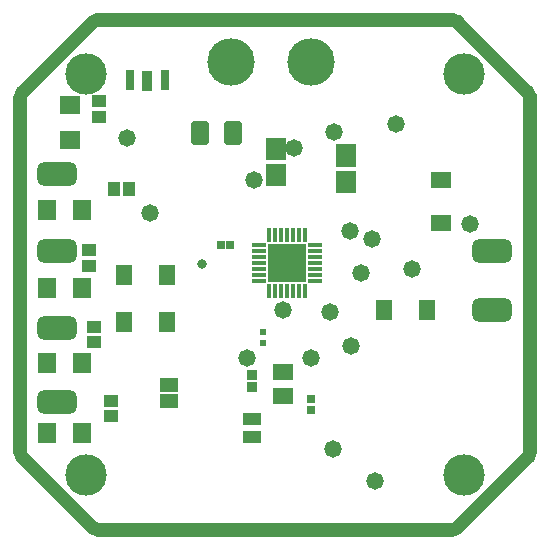
<source format=gts>
G04*
G04 #@! TF.GenerationSoftware,Altium Limited,Altium Designer,22.6.1 (34)*
G04*
G04 Layer_Color=8388736*
%FSLAX44Y44*%
%MOMM*%
G71*
G04*
G04 #@! TF.SameCoordinates,3FC15ED1-56EA-4B36-BDB6-6E6CE890E9D8*
G04*
G04*
G04 #@! TF.FilePolarity,Negative*
G04*
G01*
G75*
%ADD15C,1.2000*%
%ADD20R,1.8062X1.8549*%
%ADD23R,0.5725X0.5682*%
%ADD37R,1.5032X1.1032*%
%ADD38R,1.7032X1.6032*%
%ADD39R,1.7272X1.7272*%
%ADD40R,1.6532X1.4032*%
%ADD41R,0.7532X0.7532*%
%ADD42O,1.2520X0.4020*%
%ADD43R,0.8532X0.8532*%
%ADD44R,0.8032X1.8032*%
%ADD45R,0.9032X1.7032*%
%ADD46R,1.2032X1.1032*%
%ADD47R,1.1032X1.2032*%
%ADD48R,3.2520X3.2520*%
%ADD49O,0.4020X1.2520*%
%ADD50R,1.6032X1.7032*%
%ADD51R,0.7032X0.6532*%
%ADD52R,1.4032X1.8032*%
G04:AMPARAMS|DCode=53|XSize=2.0032mm|YSize=1.5032mm|CornerRadius=0.2316mm|HoleSize=0mm|Usage=FLASHONLY|Rotation=270.000|XOffset=0mm|YOffset=0mm|HoleType=Round|Shape=RoundedRectangle|*
%AMROUNDEDRECTD53*
21,1,2.0032,1.0400,0,0,270.0*
21,1,1.5400,1.5032,0,0,270.0*
1,1,0.4632,-0.5200,-0.7700*
1,1,0.4632,-0.5200,0.7700*
1,1,0.4632,0.5200,0.7700*
1,1,0.4632,0.5200,-0.7700*
%
%ADD53ROUNDEDRECTD53*%
%ADD54R,1.8032X1.4032*%
%ADD55R,1.5532X1.3032*%
G04:AMPARAMS|DCode=56|XSize=3.3782mm|YSize=1.9812mm|CornerRadius=0.5461mm|HoleSize=0mm|Usage=FLASHONLY|Rotation=0.000|XOffset=0mm|YOffset=0mm|HoleType=Round|Shape=RoundedRectangle|*
%AMROUNDEDRECTD56*
21,1,3.3782,0.8890,0,0,0.0*
21,1,2.2860,1.9812,0,0,0.0*
1,1,1.0922,1.1430,-0.4445*
1,1,1.0922,-1.1430,-0.4445*
1,1,1.0922,-1.1430,0.4445*
1,1,1.0922,1.1430,0.4445*
%
%ADD56ROUNDEDRECTD56*%
%ADD57C,3.5052*%
%ADD58C,1.4732*%
%ADD59C,4.0132*%
%ADD60C,0.8382*%
%ADD61C,0.7532*%
D15*
X976000Y1040000D02*
G03*
X974243Y1044243I-6000J0D01*
G01*
X976000Y1040000D02*
G03*
X974243Y1044243I-6000J0D01*
G01*
X914243Y1104243D02*
G03*
X910000Y1106000I-4243J-4243D01*
G01*
X914243Y1104243D02*
G03*
X910000Y1106000I-4243J-4243D01*
G01*
X974243Y735757D02*
G03*
X976000Y740000I-4243J4243D01*
G01*
X974243Y735757D02*
G03*
X976000Y740000I-4243J4243D01*
G01*
X910000Y674000D02*
G03*
X914243Y675757I0J6000D01*
G01*
X910000Y674000D02*
G03*
X914243Y675757I0J6000D01*
G01*
X610000Y1106000D02*
G03*
X605757Y1104243I0J-6000D01*
G01*
X610000Y1106000D02*
G03*
X605757Y1104243I0J-6000D01*
G01*
X545757Y1044243D02*
G03*
X544000Y1040000I4243J-4243D01*
G01*
X545757Y1044243D02*
G03*
X544000Y1040000I4243J-4243D01*
G01*
X605757Y675757D02*
G03*
X610000Y674000I4243J4243D01*
G01*
X544000Y740000D02*
G03*
X545757Y735757I6000J0D01*
G01*
X544000Y740000D02*
G03*
X545757Y735757I6000J0D01*
G01*
X605757Y675757D02*
G03*
X610000Y674000I4243J4243D01*
G01*
X910000D01*
X545757Y735757D02*
X605757Y675757D01*
X544000Y740000D02*
Y1040000D01*
X914243Y1104243D02*
X974243Y1044243D01*
X976000Y740000D02*
Y1040000D01*
X914243Y675757D02*
X974243Y735757D01*
X610000Y1106000D02*
X910000D01*
X545757Y1044243D02*
X605757Y1104243D01*
D20*
X760222Y974183D02*
D03*
Y996696D02*
D03*
X820000Y968744D02*
D03*
Y991256D02*
D03*
D23*
X749554Y832154D02*
D03*
Y841198D02*
D03*
D37*
X740000Y767750D02*
D03*
Y752250D02*
D03*
D38*
X586232Y1004048D02*
D03*
Y1034048D02*
D03*
D39*
X760476Y995680D02*
D03*
X760222Y975360D02*
D03*
X819912Y969264D02*
D03*
X820166Y989584D02*
D03*
D40*
X766572Y787560D02*
D03*
Y807560D02*
D03*
D41*
X789940Y784788D02*
D03*
Y775788D02*
D03*
D42*
X794000Y895000D02*
D03*
Y915000D02*
D03*
Y910000D02*
D03*
Y905000D02*
D03*
Y900000D02*
D03*
Y890000D02*
D03*
Y885000D02*
D03*
X746000D02*
D03*
Y890000D02*
D03*
Y895000D02*
D03*
Y900000D02*
D03*
Y905000D02*
D03*
Y910000D02*
D03*
Y915000D02*
D03*
D43*
X740000Y805000D02*
D03*
Y795000D02*
D03*
D44*
X636764Y1054618D02*
D03*
X666764D02*
D03*
D45*
X651764Y1054118D02*
D03*
D46*
X620776Y769978D02*
D03*
Y782978D02*
D03*
X606552Y832970D02*
D03*
Y845970D02*
D03*
X602234Y897486D02*
D03*
Y910486D02*
D03*
X611124Y1036724D02*
D03*
Y1023724D02*
D03*
D47*
X622992Y962914D02*
D03*
X635992D02*
D03*
D48*
X770000Y900000D02*
D03*
D49*
X755000Y924000D02*
D03*
X760000D02*
D03*
X765000D02*
D03*
X770000D02*
D03*
X775000D02*
D03*
X780000D02*
D03*
X785000D02*
D03*
Y876000D02*
D03*
X780000D02*
D03*
X775000D02*
D03*
X770000D02*
D03*
X765000D02*
D03*
X760000D02*
D03*
X755000D02*
D03*
D50*
X596660Y756158D02*
D03*
X566660D02*
D03*
X596660Y944880D02*
D03*
X566660D02*
D03*
X596406Y815086D02*
D03*
X566406D02*
D03*
X596660Y878840D02*
D03*
X566660D02*
D03*
D51*
X713800Y915162D02*
D03*
X721300D02*
D03*
D52*
X632000Y850000D02*
D03*
X668000D02*
D03*
Y890000D02*
D03*
X632000D02*
D03*
X888000Y860000D02*
D03*
X852000D02*
D03*
D53*
X696000Y1010000D02*
D03*
X724000D02*
D03*
D54*
X900000Y934000D02*
D03*
Y970000D02*
D03*
D55*
X670000Y797000D02*
D03*
Y783000D02*
D03*
D56*
X943528Y860000D02*
D03*
Y910000D02*
D03*
X575056Y782066D02*
D03*
X575000Y845000D02*
D03*
Y910000D02*
D03*
Y975000D02*
D03*
D57*
X600000Y1060000D02*
D03*
X920000D02*
D03*
X600000Y720000D02*
D03*
X920000D02*
D03*
D58*
X809752Y1010920D02*
D03*
X805942Y858266D02*
D03*
X824230Y829564D02*
D03*
X766572Y860044D02*
D03*
X842010Y920242D02*
D03*
X776224Y996950D02*
D03*
X862584Y1017778D02*
D03*
X741934Y970534D02*
D03*
X790194Y819658D02*
D03*
X832866Y891540D02*
D03*
X924814Y932942D02*
D03*
X634492Y1005840D02*
D03*
X736346Y819658D02*
D03*
X808736Y742188D02*
D03*
X844296Y715518D02*
D03*
X875792Y894588D02*
D03*
X823468Y926846D02*
D03*
X653542Y941832D02*
D03*
D59*
X722122Y1069848D02*
D03*
X790000Y1070000D02*
D03*
D60*
X697738Y899160D02*
D03*
D61*
X781000Y889000D02*
D03*
X770000D02*
D03*
X759000D02*
D03*
X781000Y900000D02*
D03*
X770000D02*
D03*
X759000D02*
D03*
X781000Y911000D02*
D03*
X770000D02*
D03*
X759000D02*
D03*
M02*

</source>
